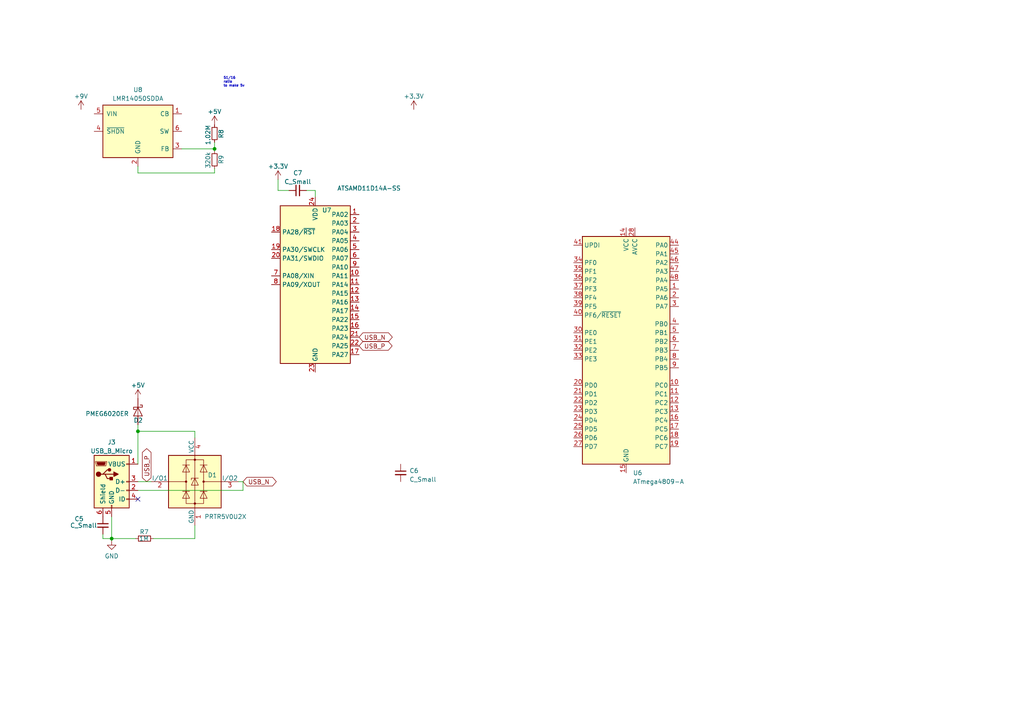
<source format=kicad_sch>
(kicad_sch (version 20230121) (generator eeschema)
  (paper "A4")
  (lib_symbols
    (symbol "Connector:USB_B_Micro" (pin_names (offset 1.016))
      (property "Reference" "J" (at -5.08 11.43 0))
      (property "Value" "USB_B_Micro" (at -5.08 8.89 0))
      (symbol "USB_B_Micro_0_1"
        (rectangle (start -5.08 -7.62) (end 5.08 7.62) (stroke (width 0.254)) (fill (type background)))
        (circle (center -3.81 2.159) (radius 0.635) (stroke (width 0.254)) (fill (type outline)))
        (circle (center -0.635 3.429) (radius 0.381) (stroke (width 0.254)) (fill (type outline)))
        (rectangle (start -0.127 -7.62) (end 0.127 -6.858))
        (polyline (pts (xy -1.905 2.159) (xy 0.635 2.159)) (stroke (width 0.254)))
        (polyline (pts (xy -3.175 2.159) (xy -2.54 2.159) (xy -1.27 3.429) (xy -0.635 3.429)) (stroke (width 0.254)))
        (polyline (pts (xy -2.54 2.159) (xy -1.905 2.159) (xy -1.27 0.889) (xy 0 0.889)) (stroke (width 0.254)))
        (polyline (pts (xy 0.635 2.794) (xy 0.635 1.524) (xy 1.905 2.159) (xy 0.635 2.794)) (stroke (width 0.254)) (fill (type outline)))
        (polyline (pts (xy -4.318 5.588) (xy -1.778 5.588) (xy -2.032 4.826) (xy -4.064 4.826) (xy -4.318 5.588)) (fill (type outline)))
        (polyline (pts (xy -4.699 5.842) (xy -4.699 5.588) (xy -4.445 4.826) (xy -4.445 4.572) (xy -1.651 4.572) (xy -1.651 4.826) (xy -1.397 5.588) (xy -1.397 5.842) (xy -4.699 5.842)))
        (rectangle (start 0.254 1.27) (end -0.508 0.508) (stroke (width 0.254)) (fill (type outline)))
        (rectangle (start 5.08 -5.207) (end 4.318 -4.953))
        (rectangle (start 5.08 -2.667) (end 4.318 -2.413))
        (rectangle (start 5.08 -0.127) (end 4.318 0.127))
        (rectangle (start 5.08 4.953) (end 4.318 5.207))
      )
      (symbol "USB_B_Micro_1_1"
        (pin power_out line (at 7.62 5.08 180) (length 2.54) (name "VBUS") (number "1"))
        (pin bidirectional line (at 7.62 -2.54 180) (length 2.54) (name "D-") (number "2"))
        (pin bidirectional line (at 7.62 0 180) (length 2.54) (name "D+") (number "3"))
        (pin passive line (at 7.62 -5.08 180) (length 2.54) (name "ID") (number "4"))
        (pin power_out line (at 0 -10.16 90) (length 2.54) (name "GND") (number "5"))
        (pin passive line (at -2.54 -10.16 90) (length 2.54) (name "Shield") (number "6"))
      )
    )
    (symbol "Device:C_Small" (pin_numbers hide) (pin_names (offset 0.254) hide)
      (property "Reference" "C" (at 0.254 1.778 0))
      (property "Value" "C_Small" (at 0.254 -2.032 0))
      (symbol "C_Small_0_1"
        (polyline (pts (xy -1.524 -0.508) (xy 1.524 -0.508)) (stroke (width 0.3302)))
        (polyline (pts (xy -1.524 0.508) (xy 1.524 0.508)) (stroke (width 0.3048)))
      )
      (symbol "C_Small_1_1"
        (pin passive line (at 0 2.54 270) (length 2.032) (name "~") (number "1"))
        (pin passive line (at 0 -2.54 90) (length 2.032) (name "~") (number "2"))
      )
    )
    (symbol "Device:R_Small" (pin_numbers hide) (pin_names (offset 0.254) hide)
      (property "Reference" "R" (at 0.762 0.508 0))
      (property "Value" "R_Small" (at 0.762 -1.016 0))
      (symbol "R_Small_0_1"
        (rectangle (start -0.762 1.778) (end 0.762 -1.778) (stroke (width 0.2032)))
      )
      (symbol "R_Small_1_1"
        (pin passive line (at 0 2.54 270) (length 0.762) (name "~") (number "1"))
        (pin passive line (at 0 -2.54 90) (length 0.762) (name "~") (number "2"))
      )
    )
    (symbol "Diode:PMEG6020ER" (pin_numbers hide) (pin_names hide)
      (property "Reference" "D" (at 0 2.54 0))
      (property "Value" "PMEG6020ER" (at 0 -2.54 0))
      (symbol "PMEG6020ER_0_1"
        (polyline (pts (xy 1.27 0) (xy -1.27 0)))
        (polyline (pts (xy 1.27 1.27) (xy 1.27 -1.27) (xy -1.27 0) (xy 1.27 1.27)) (stroke (width 0.2032)))
        (polyline (pts (xy -1.905 0.635) (xy -1.905 1.27) (xy -1.27 1.27) (xy -1.27 -1.27) (xy -0.635 -1.27) (xy -0.635 -0.635)) (stroke (width 0.2032)))
      )
      (symbol "PMEG6020ER_1_1"
        (pin passive line (at -3.81 0 0) (length 2.54) (name "K") (number "1"))
        (pin passive line (at 3.81 0 180) (length 2.54) (name "A") (number "2"))
      )
    )
    (symbol "MCU_Microchip_ATmega:ATmega4809-A"
      (property "Reference" "U" (at -12.7 34.29 0))
      (property "Value" "ATmega4809-A" (at 2.54 -34.29 0))
      (symbol "ATmega4809-A_0_1"
        (rectangle (start -12.7 -33.02) (end 12.7 33.02) (stroke (width 0.254)) (fill (type background)))
      )
      (symbol "ATmega4809-A_1_1"
        (pin bidirectional line (at 15.24 17.78 180) (length 2.54) (name "PA5") (number "1"))
        (pin bidirectional line (at 15.24 -10.16 180) (length 2.54) (name "PC0") (number "10"))
        (pin bidirectional line (at 15.24 -12.7 180) (length 2.54) (name "PC1") (number "11"))
        (pin bidirectional line (at 15.24 -15.24 180) (length 2.54) (name "PC2") (number "12"))
        (pin bidirectional line (at 15.24 -17.78 180) (length 2.54) (name "PC3") (number "13"))
        (pin power_in line (at 0 35.56 270) (length 2.54) (name "VCC") (number "14"))
        (pin power_in line (at 0 -35.56 90) (length 2.54) (name "GND") (number "15"))
        (pin bidirectional line (at 15.24 -20.32 180) (length 2.54) (name "PC4") (number "16"))
        (pin bidirectional line (at 15.24 -22.86 180) (length 2.54) (name "PC5") (number "17"))
        (pin bidirectional line (at 15.24 -25.4 180) (length 2.54) (name "PC6") (number "18"))
        (pin bidirectional line (at 15.24 -27.94 180) (length 2.54) (name "PC7") (number "19"))
        (pin bidirectional line (at 15.24 15.24 180) (length 2.54) (name "PA6") (number "2"))
        (pin bidirectional line (at -15.24 -10.16 0) (length 2.54) (name "PD0") (number "20"))
        (pin bidirectional line (at -15.24 -12.7 0) (length 2.54) (name "PD1") (number "21"))
        (pin bidirectional line (at -15.24 -15.24 0) (length 2.54) (name "PD2") (number "22"))
        (pin bidirectional line (at -15.24 -17.78 0) (length 2.54) (name "PD3") (number "23"))
        (pin bidirectional line (at -15.24 -20.32 0) (length 2.54) (name "PD4") (number "24"))
        (pin bidirectional line (at -15.24 -22.86 0) (length 2.54) (name "PD5") (number "25"))
        (pin bidirectional line (at -15.24 -25.4 0) (length 2.54) (name "PD6") (number "26"))
        (pin bidirectional line (at -15.24 -27.94 0) (length 2.54) (name "PD7") (number "27"))
        (pin power_in line (at 2.54 35.56 270) (length 2.54) (name "AVCC") (number "28"))
        (pin passive line (at 0 -35.56 90) (length 2.54) hide (name "GND") (number "29"))
        (pin bidirectional line (at 15.24 12.7 180) (length 2.54) (name "PA7") (number "3"))
        (pin bidirectional line (at -15.24 5.08 0) (length 2.54) (name "PE0") (number "30"))
        (pin bidirectional line (at -15.24 2.54 0) (length 2.54) (name "PE1") (number "31"))
        (pin bidirectional line (at -15.24 0 0) (length 2.54) (name "PE2") (number "32"))
        (pin bidirectional line (at -15.24 -2.54 0) (length 2.54) (name "PE3") (number "33"))
        (pin bidirectional line (at -15.24 25.4 0) (length 2.54) (name "PF0") (number "34"))
        (pin bidirectional line (at -15.24 22.86 0) (length 2.54) (name "PF1") (number "35"))
        (pin bidirectional line (at -15.24 20.32 0) (length 2.54) (name "PF2") (number "36"))
        (pin bidirectional line (at -15.24 17.78 0) (length 2.54) (name "PF3") (number "37"))
        (pin bidirectional line (at -15.24 15.24 0) (length 2.54) (name "PF4") (number "38"))
        (pin bidirectional line (at -15.24 12.7 0) (length 2.54) (name "PF5") (number "39"))
        (pin bidirectional line (at 15.24 7.62 180) (length 2.54) (name "PB0") (number "4"))
        (pin bidirectional line (at -15.24 10.16 0) (length 2.54) (name "PF6/~{RESET}") (number "40"))
        (pin bidirectional line (at -15.24 30.48 0) (length 2.54) (name "UPDI") (number "41"))
        (pin passive line (at 0 35.56 270) (length 2.54) hide (name "VCC") (number "42"))
        (pin passive line (at 0 -35.56 90) (length 2.54) hide (name "GND") (number "43"))
        (pin bidirectional line (at 15.24 30.48 180) (length 2.54) (name "PA0") (number "44"))
        (pin bidirectional line (at 15.24 27.94 180) (length 2.54) (name "PA1") (number "45"))
        (pin bidirectional line (at 15.24 25.4 180) (length 2.54) (name "PA2") (number "46"))
        (pin bidirectional line (at 15.24 22.86 180) (length 2.54) (name "PA3") (number "47"))
        (pin bidirectional line (at 15.24 20.32 180) (length 2.54) (name "PA4") (number "48"))
        (pin bidirectional line (at 15.24 5.08 180) (length 2.54) (name "PB1") (number "5"))
        (pin bidirectional line (at 15.24 2.54 180) (length 2.54) (name "PB2") (number "6"))
        (pin bidirectional line (at 15.24 0 180) (length 2.54) (name "PB3") (number "7"))
        (pin bidirectional line (at 15.24 -2.54 180) (length 2.54) (name "PB4") (number "8"))
        (pin bidirectional line (at 15.24 -5.08 180) (length 2.54) (name "PB5") (number "9"))
      )
    )
    (symbol "MCU_Microchip_SAMD:ATSAMD11D14A-M"
      (property "Reference" "U" (at -10.16 24.13 0))
      (property "Value" "ATSAMD11D14A-M" (at 1.27 24.13 0))
      (symbol "ATSAMD11D14A-M_0_1"
        (rectangle (start -10.16 22.86) (end 10.16 -22.86) (stroke (width 0.254)) (fill (type background)))
      )
      (symbol "ATSAMD11D14A-M_1_1"
        (pin bidirectional line (at 12.7 20.32 180) (length 2.54) (name "PA02") (number "1"))
        (pin bidirectional line (at 12.7 2.54 180) (length 2.54) (name "PA11") (number "10"))
        (pin bidirectional line (at 12.7 0 180) (length 2.54) (name "PA14") (number "11"))
        (pin bidirectional line (at 12.7 -2.54 180) (length 2.54) (name "PA15") (number "12"))
        (pin bidirectional line (at 12.7 -5.08 180) (length 2.54) (name "PA16") (number "13"))
        (pin bidirectional line (at 12.7 -7.62 180) (length 2.54) (name "PA17") (number "14"))
        (pin bidirectional line (at 12.7 -10.16 180) (length 2.54) (name "PA22") (number "15"))
        (pin bidirectional line (at 12.7 -12.7 180) (length 2.54) (name "PA23") (number "16"))
        (pin bidirectional line (at 12.7 -20.32 180) (length 2.54) (name "PA27") (number "17"))
        (pin bidirectional line (at -12.7 15.24 0) (length 2.54) (name "PA28/~{RST}") (number "18"))
        (pin bidirectional line (at -12.7 10.16 0) (length 2.54) (name "PA30/SWCLK") (number "19"))
        (pin bidirectional line (at 12.7 17.78 180) (length 2.54) (name "PA03") (number "2"))
        (pin bidirectional line (at -12.7 7.62 0) (length 2.54) (name "PA31/SWDIO") (number "20"))
        (pin bidirectional line (at 12.7 -15.24 180) (length 2.54) (name "PA24") (number "21"))
        (pin bidirectional line (at 12.7 -17.78 180) (length 2.54) (name "PA25") (number "22"))
        (pin power_in line (at 0 -25.4 90) (length 2.54) (name "GND") (number "23"))
        (pin power_in line (at 0 25.4 270) (length 2.54) (name "VDD") (number "24"))
        (pin bidirectional line (at 12.7 15.24 180) (length 2.54) (name "PA04") (number "3"))
        (pin bidirectional line (at 12.7 12.7 180) (length 2.54) (name "PA05") (number "4"))
        (pin bidirectional line (at 12.7 10.16 180) (length 2.54) (name "PA06") (number "5"))
        (pin bidirectional line (at 12.7 7.62 180) (length 2.54) (name "PA07") (number "6"))
        (pin bidirectional line (at -12.7 2.54 0) (length 2.54) (name "PA08/XIN") (number "7"))
        (pin bidirectional line (at -12.7 0 0) (length 2.54) (name "PA09/XOUT") (number "8"))
        (pin bidirectional line (at 12.7 5.08 180) (length 2.54) (name "PA10") (number "9"))
      )
    )
    (symbol "Power_Protection:PRTR5V0U2X" (pin_names (offset 0))
      (property "Reference" "D" (at 2.794 8.636 0))
      (property "Value" "PRTR5V0U2X" (at 8.128 -9.398 0))
      (symbol "PRTR5V0U2X_0_1"
        (rectangle (start -7.62 -7.62) (end 7.62 7.62) (stroke (width 0.254)) (fill (type background)))
        (circle (center -2.54 0) (radius 0.254) (fill (type outline)))
        (rectangle (start -2.54 6.35) (end 2.54 -6.35))
        (circle (center 0 -6.35) (radius 0.254) (fill (type outline)))
        (polyline (pts (xy -2.54 0) (xy -7.62 0)))
        (polyline (pts (xy -1.524 -2.794) (xy -3.556 -2.794)))
        (polyline (pts (xy -1.524 4.826) (xy -3.556 4.826)))
        (polyline (pts (xy 0 -7.62) (xy 0 7.62)))
        (polyline (pts (xy 1.524 -2.794) (xy 3.556 -2.794)))
        (polyline (pts (xy 1.524 4.826) (xy 3.556 4.826)))
        (polyline (pts (xy 2.54 0) (xy 7.62 0)))
        (polyline (pts (xy 1.016 1.016) (xy -1.016 1.016) (xy -1.016 0.508)))
        (polyline (pts (xy -3.556 -4.826) (xy -1.524 -4.826) (xy -2.54 -2.794) (xy -3.556 -4.826)))
        (polyline (pts (xy -3.556 2.794) (xy -1.524 2.794) (xy -2.54 4.826) (xy -3.556 2.794)))
        (polyline (pts (xy -1.016 -1.016) (xy 1.016 -1.016) (xy 0 1.016) (xy -1.016 -1.016)))
        (polyline (pts (xy 3.556 -4.826) (xy 1.524 -4.826) (xy 2.54 -2.794) (xy 3.556 -4.826)))
        (polyline (pts (xy 3.556 2.794) (xy 1.524 2.794) (xy 2.54 4.826) (xy 3.556 2.794)))
        (circle (center 0 6.35) (radius 0.254) (fill (type outline)))
        (circle (center 2.54 0) (radius 0.254) (fill (type outline)))
      )
      (symbol "PRTR5V0U2X_1_1"
        (pin passive line (at 0 -12.7 90) (length 5.08) (name "GND") (number "1"))
        (pin passive line (at -12.7 0 0) (length 5.08) (name "I/O1") (number "2"))
        (pin passive line (at 12.7 0 180) (length 5.08) (name "I/O2") (number "3"))
        (pin passive line (at 0 12.7 270) (length 5.08) (name "VCC") (number "4"))
      )
    )
    (symbol "Regulator_Switching:LMR14206" (pin_names (offset 1.016))
      (property "Reference" "U" (at -10.16 11.43 0))
      (property "Value" "LMR14206" (at -10.16 8.89 0))
      (symbol "LMR14206_0_1"
        (rectangle (start -10.16 7.62) (end 10.16 -7.62) (stroke (width 0.254)) (fill (type background)))
      )
      (symbol "LMR14206_1_1"
        (pin input line (at 12.7 5.08 180) (length 2.54) (name "CB") (number "1"))
        (pin power_in line (at 0 -10.16 90) (length 2.54) (name "GND") (number "2"))
        (pin input line (at 12.7 -5.08 180) (length 2.54) (name "FB") (number "3"))
        (pin input line (at -12.7 0 0) (length 2.54) (name "~{SHDN}") (number "4"))
        (pin power_in line (at -12.7 5.08 0) (length 2.54) (name "VIN") (number "5"))
        (pin output line (at 12.7 0 180) (length 2.54) (name "SW") (number "6"))
      )
    )
    (symbol "power:+3.3V" (power) (pin_names (offset 0))
      (property "Value" "+3.3V" (at 0 3.556 0))
      (symbol "+3.3V_0_1"
        (polyline (pts (xy -0.762 1.27) (xy 0 2.54)))
        (polyline (pts (xy 0 0) (xy 0 2.54)))
        (polyline (pts (xy 0 2.54) (xy 0.762 1.27)))
      )
      (symbol "+3.3V_1_1"
        (pin power_in line (at 0 0 90) (length 0) hide (name "+3.3V") (number "1"))
      )
    )
    (symbol "power:+5V" (power) (pin_names (offset 0))
      (property "Value" "+5V" (at 0 3.556 0))
      (symbol "+5V_0_1"
        (polyline (pts (xy -0.762 1.27) (xy 0 2.54)))
        (polyline (pts (xy 0 0) (xy 0 2.54)))
        (polyline (pts (xy 0 2.54) (xy 0.762 1.27)))
      )
      (symbol "+5V_1_1"
        (pin power_in line (at 0 0 90) (length 0) hide (name "+5V") (number "1"))
      )
    )
    (symbol "power:+9V" (power) (pin_names (offset 0))
      (property "Value" "+9V" (at 0 3.556 0))
      (symbol "+9V_0_1"
        (polyline (pts (xy -0.762 1.27) (xy 0 2.54)))
        (polyline (pts (xy 0 0) (xy 0 2.54)))
        (polyline (pts (xy 0 2.54) (xy 0.762 1.27)))
      )
      (symbol "+9V_1_1"
        (pin power_in line (at 0 0 90) (length 0) hide (name "+9V") (number "1"))
      )
    )
    (symbol "power:GND" (power) (pin_names (offset 0))
      (property "Value" "GND" (at 0 -3.81 0))
      (symbol "GND_0_1"
        (polyline (pts (xy 0 0) (xy 0 -1.27) (xy 1.27 -1.27) (xy 0 -2.54) (xy -1.27 -1.27) (xy 0 -1.27)))
      )
      (symbol "GND_1_1"
        (pin power_in line (at 0 0 270) (length 0) hide (name "GND") (number "1"))
      )
    )
  )
  (junction (at 32.385 156.21))
  (junction (at 62.23 43.18))
  (junction (at 40.005 125.095))
  (no_connect (at 40.005 144.78))
  (wire (pts (xy 32.385 156.845) (xy 32.385 156.21)))
  (wire (pts (xy 56.515 156.21) (xy 56.515 152.4)))
  (wire (pts (xy 40.005 125.095) (xy 40.005 134.62)))
  (wire (pts (xy 40.005 125.095) (xy 56.515 125.095)))
  (wire (pts (xy 40.005 139.7) (xy 43.815 139.7)))
  (wire (pts (xy 80.645 55.245) (xy 80.645 52.07)))
  (wire (pts (xy 62.23 43.18) (xy 62.23 43.815)))
  (wire (pts (xy 56.515 127) (xy 56.515 125.095)))
  (wire (pts (xy 70.485 142.24) (xy 70.485 139.7)))
  (wire (pts (xy 29.845 156.21) (xy 32.385 156.21)))
  (wire (pts (xy 40.005 123.19) (xy 40.005 125.095)))
  (wire (pts (xy 32.385 156.21) (xy 39.37 156.21)))
  (wire (pts (xy 91.44 55.245) (xy 91.44 57.15)))
  (wire (pts (xy 40.005 50.165) (xy 62.23 50.165)))
  (wire (pts (xy 44.45 156.21) (xy 56.515 156.21)))
  (wire (pts (xy 52.705 43.18) (xy 62.23 43.18)))
  (wire (pts (xy 32.385 156.21) (xy 32.385 149.86)))
  (wire (pts (xy 40.005 142.24) (xy 70.485 142.24)))
  (wire (pts (xy 62.23 48.895) (xy 62.23 50.165)))
  (wire (pts (xy 88.9 55.245) (xy 91.44 55.245)))
  (wire (pts (xy 83.82 55.245) (xy 80.645 55.245)))
  (wire (pts (xy 69.215 139.7) (xy 70.485 139.7)))
  (wire (pts (xy 40.005 48.26) (xy 40.005 50.165)))
  (wire (pts (xy 29.845 154.94) (xy 29.845 156.21)))
  (wire (pts (xy 62.23 43.18) (xy 62.23 41.275)))
  (text "51/16\nratio\nto make 5v" (at 64.77 25.4 0) (effects (font (size 0.7 0.7)) (justify left bottom)))
  (global_label "USB_N" (shape bidirectional) (at 104.14 97.79 0) (property "Intersheetrefs" "${INTERSHEET_REFS}" (effects hide)))
  (global_label "USB_P" (shape bidirectional) (at 42.545 139.7 90) (property "Intersheetrefs" "${INTERSHEET_REFS}" (effects hide)))
  (global_label "USB_P" (shape bidirectional) (at 104.14 100.33 0) (property "Intersheetrefs" "${INTERSHEET_REFS}" (effects hide)))
  (global_label "USB_N" (shape bidirectional) (at 70.485 139.7 0) (property "Intersheetrefs" "${INTERSHEET_REFS}" (effects hide)))
  (symbol (lib_id "power:+5V") (at 40.005 115.57 0) (unit 1)
    (property "Reference" "#PWR031" (effects hide))
    (property "Value" "+5V" (at 40.005 111.76 0))
  )
  (symbol (lib_id "power:+9V") (at 23.495 31.75 0) (unit 1)
    (property "Reference" "#PWR030" (effects hide))
    (property "Value" "+9V" (at 23.495 27.94 0))
  )
  (symbol (lib_id "Device:C_Small") (at 29.845 152.4 0) (unit 1)
    (property "Reference" "C5" (at 21.59 150.495 0) (effects (justify left)))
    (property "Value" "C_Small" (at 20.32 152.4 0) (effects (justify left)))
  )
  (symbol (lib_id "Device:R_Small") (at 62.23 38.735 180) (unit 1)
    (property "Reference" "R8" (at 64.135 37.465 90) (effects (justify left)))
    (property "Value" "1.02M" (at 60.325 36.195 90) (effects (justify left)))
  )
  (symbol (lib_id "Device:C_Small") (at 116.205 137.16 0) (unit 1)
    (property "Reference" "C6" (at 118.745 136.5313 0) (effects (justify left)))
    (property "Value" "C_Small" (at 118.745 139.0713 0) (effects (justify left)))
  )
  (symbol (lib_id "Regulator_Switching:LMR14206") (at 40.005 38.1 0) (unit 1)
    (property "Reference" "U8" (at 40.005 26.035 0))
    (property "Value" "LMR14050SDDA" (at 40.005 28.575 0))
    (property "Footprint" "Package_TO_SOT_SMD:SOT-23-6" (effects hide))
    (property "Datasheet" "http://www.ti.com/lit/ds/symlink/lmr14206.pdf" (effects hide))
  )
  (symbol (lib_id "power:GND") (at 32.385 156.845 0) (unit 1)
    (property "Reference" "#PWR033" (effects hide))
    (property "Value" "GND" (at 32.385 161.29 0))
  )
  (symbol (lib_id "power:+3.3V") (at 120.015 31.75 0) (unit 1)
    (property "Reference" "#PWR032" (effects hide))
    (property "Value" "+3.3V" (at 120.015 27.94 0))
  )
  (symbol (lib_id "Diode:PMEG6020ER") (at 40.005 119.38 270) (unit 1)
    (property "Reference" "D2" (at 38.735 121.92 90) (effects (justify left)))
    (property "Value" "PMEG6020ER" (at 24.765 120.015 90) (effects (justify left)))
    (property "Footprint" "Diode_SMD:Nexperia_CFP3_SOD-123W" (effects hide))
    (property "Datasheet" "https://assets.nexperia.com/documents/data-sheet/PMEG6020ER.pdf" (effects hide))
  )
  (symbol (lib_id "Connector:USB_B_Micro") (at 32.385 139.7 0) (unit 1)
    (property "Reference" "J3" (at 32.385 128.27 0))
    (property "Value" "USB_B_Micro" (at 32.385 130.81 0))
  )
  (symbol (lib_id "Device:C_Small") (at 86.36 55.245 90) (unit 1)
    (property "Reference" "C7" (at 86.3663 50.165 90))
    (property "Value" "C_Small" (at 86.3663 52.705 90))
  )
  (symbol (lib_id "power:+5V") (at 62.23 36.195 0) (unit 1)
    (property "Reference" "#PWR035" (effects hide))
    (property "Value" "+5V" (at 62.23 32.385 0))
  )
  (symbol (lib_id "Power_Protection:PRTR5V0U2X") (at 56.515 139.7 0) (unit 1)
    (property "Reference" "D1" (at 61.595 137.795 0))
    (property "Value" "PRTR5V0U2X" (at 65.405 149.86 0))
    (property "Footprint" "Package_TO_SOT_SMD:SOT-143" (effects hide))
    (property "Datasheet" "https://assets.nexperia.com/documents/data-sheet/PRTR5V0U2X.pdf" (effects hide))
  )
  (symbol (lib_id "Device:R_Small") (at 62.23 46.355 0) (unit 1)
    (property "Reference" "R9" (at 64.135 47.625 90) (effects (justify left)))
    (property "Value" "320k" (at 60.325 48.895 90) (effects (justify left)))
  )
  (symbol (lib_id "MCU_Microchip_SAMD:ATSAMD11D14A-M") (at 91.44 82.55 0) (unit 1)
    (property "Reference" "U7" (at 93.3959 60.96 0) (effects (justify left)))
    (property "Value" "ATSAMD11D14A-SS" (at 97.79 54.61 0) (effects (justify left)))
    (property "Footprint" "Package_DFN_QFN:QFN-24-1EP_4x4mm_P0.5mm_EP2.6x2.6mm" (effects hide))
    (property "Datasheet" "http://ww1.microchip.com/downloads/en/DeviceDoc/Atmel-42363-SAM-D11_Datasheet.pdf" (effects hide))
  )
  (symbol (lib_id "power:+3.3V") (at 80.645 52.07 0) (unit 1)
    (property "Reference" "#PWR034" (effects hide))
    (property "Value" "+3.3V" (at 80.645 48.26 0))
  )
  (symbol (lib_id "Device:R_Small") (at 41.91 156.21 90) (unit 1)
    (property "Reference" "R7" (at 43.18 154.305 90) (effects (justify left)))
    (property "Value" "1M" (at 43.18 156.21 90) (effects (justify left)))
  )
  (symbol (lib_id "MCU_Microchip_ATmega:ATmega4809-A") (at 181.61 101.6 0) (unit 1)
    (property "Reference" "U6" (at 183.5659 137.16 0) (effects (justify left)))
    (property "Value" "ATmega4809-A" (at 183.5659 139.7 0) (effects (justify left)))
    (property "Footprint" "Package_QFP:TQFP-48_7x7mm_P0.5mm" (effects hide))
    (property "Datasheet" "http://ww1.microchip.com/downloads/en/DeviceDoc/40002016A.pdf" (effects hide))
  )
)
</source>
